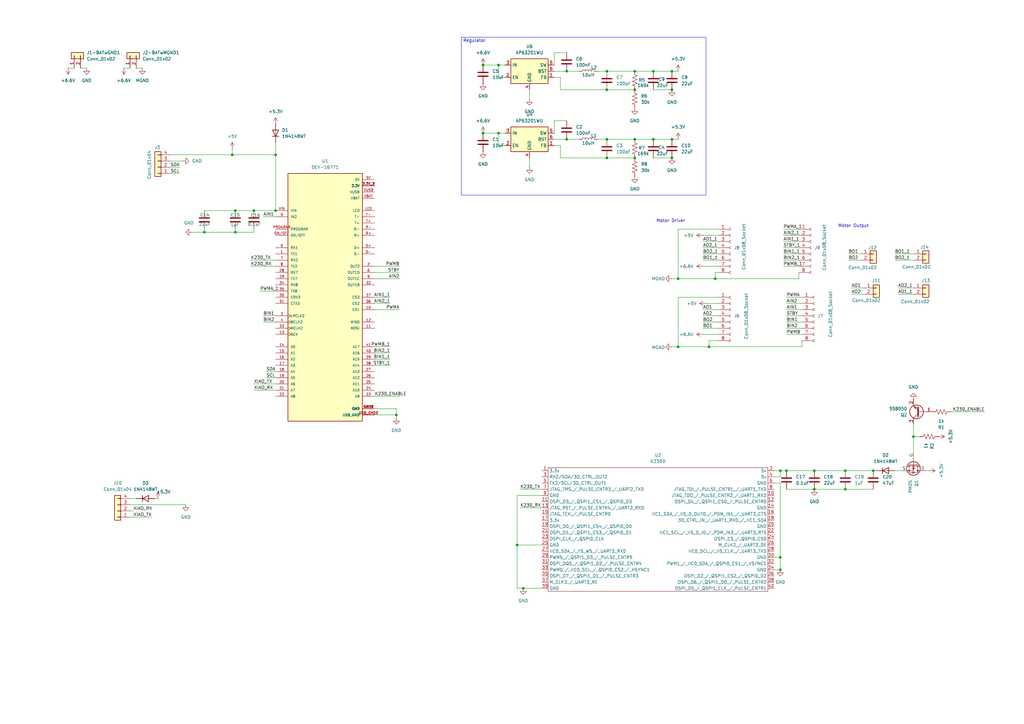
<source format=kicad_sch>
(kicad_sch (version 20250114) (generator "eeschema") (generator_version "9.0")
  (paper "A3")
  (lib_symbols
    (symbol "Connector:Conn_01x08_Socket" (pin_names (offset 1.016) (hide yes))
      (property "Reference" "J" (at 0 10.16 0))
      (property "Value" "Conn_01x08_Socket" (at 0 -12.7 0))
      (symbol "Conn_01x08_Socket_1_1"
        (pin passive line (at -5.08 7.62 0) (length 3.81) (name "Pin_1") (number "1"))
        (pin passive line (at -5.08 5.08 0) (length 3.81) (name "Pin_2") (number "2"))
        (pin passive line (at -5.08 2.54 0) (length 3.81) (name "Pin_3") (number "3"))
        (pin passive line (at -5.08 0 0) (length 3.81) (name "Pin_4") (number "4"))
        (pin passive line (at -5.08 -2.54 0) (length 3.81) (name "Pin_5") (number "5"))
        (pin passive line (at -5.08 -5.08 0) (length 3.81) (name "Pin_6") (number "6"))
        (pin passive line (at -5.08 -7.62 0) (length 3.81) (name "Pin_7") (number "7"))
        (pin passive line (at -5.08 -10.16 0) (length 3.81) (name "Pin_8") (number "8"))
      )
    )
    (symbol "Connector_Generic:Conn_01x02" (pin_names (offset 1.016) (hide yes))
      (property "Reference" "J" (at 0 2.54 0))
      (property "Value" "Conn_01x02" (at 0 -5.08 0))
      (symbol "Conn_01x02_1_1"
        (pin passive line (at -5.08 0 0) (length 3.81) (name "Pin_1") (number "1"))
        (pin passive line (at -5.08 -2.54 0) (length 3.81) (name "Pin_2") (number "2"))
      )
    )
    (symbol "Connector_Generic:Conn_01x04" (pin_names (offset 1.016) (hide yes))
      (property "Reference" "J" (at 0 5.08 0))
      (property "Value" "Conn_01x04" (at 0 -7.62 0))
      (symbol "Conn_01x04_1_1"
        (pin passive line (at -5.08 2.54 0) (length 3.81) (name "Pin_1") (number "1"))
        (pin passive line (at -5.08 0 0) (length 3.81) (name "Pin_2") (number "2"))
        (pin passive line (at -5.08 -2.54 0) (length 3.81) (name "Pin_3") (number "3"))
        (pin passive line (at -5.08 -5.08 0) (length 3.81) (name "Pin_4") (number "4"))
      )
    )
    (symbol "DEV-16771:DEV-16771" (pin_names (offset 1.016))
      (property "Reference" "U" (at -15.24 52.07 0))
      (property "Value" "DEV-16771" (at -15.24 -53.34 0))
      (symbol "DEV-16771_0_0"
        (pin input line (at -20.32 35.56 0) (length 5.08) (name "VIN") (number "VIN"))
        (pin bidirectional line (at -20.32 33.02 0) (length 5.08) (name "IN2") (number "5"))
        (pin bidirectional line (at -20.32 27.94 0) (length 5.08) (name "PROGRAM") (number "PROGRAM"))
        (pin bidirectional line (at -20.32 25.4 0) (length 5.08) (name "ON/OFF") (number "ON/OFF"))
        (pin bidirectional line (at -20.32 20.32 0) (length 5.08) (name "RX1") (number "0"))
        (pin bidirectional line (at -20.32 17.78 0) (length 5.08) (name "TX1") (number "1"))
        (pin bidirectional line (at -20.32 15.24 0) (length 5.08) (name "RX2") (number "7"))
        (pin bidirectional line (at -20.32 12.7 0) (length 5.08) (name "TX2") (number "8"))
        (pin bidirectional line (at -20.32 10.16 0) (length 5.08) (name "RX7") (number "28"))
        (pin bidirectional line (at -20.32 7.62 0) (length 5.08) (name "TX7") (number "29"))
        (pin bidirectional line (at -20.32 5.08 0) (length 5.08) (name "RX8") (number "34"))
        (pin bidirectional line (at -20.32 2.54 0) (length 5.08) (name "TX8") (number "35"))
        (pin bidirectional line (at -20.32 0 0) (length 5.08) (name "CRX3") (number "30"))
        (pin bidirectional line (at -20.32 -2.54 0) (length 5.08) (name "CTX3") (number "31"))
        (pin bidirectional clock (at -20.32 -7.62 0) (length 5.08) (name "LRCLK2") (number "3"))
        (pin bidirectional clock (at -20.32 -10.16 0) (length 5.08) (name "BCLK2") (number "4"))
        (pin bidirectional clock (at -20.32 -12.7 0) (length 5.08) (name "MCLK2") (number "33"))
        (pin bidirectional clock (at -20.32 -15.24 0) (length 5.08) (name "SCK") (number "13"))
        (pin bidirectional line (at -20.32 -20.32 0) (length 5.08) (name "A0") (number "14"))
        (pin bidirectional line (at -20.32 -22.86 0) (length 5.08) (name "A1") (number "15"))
        (pin bidirectional line (at -20.32 -25.4 0) (length 5.08) (name "A2") (number "16"))
        (pin bidirectional line (at -20.32 -27.94 0) (length 5.08) (name "A3") (number "17"))
        (pin bidirectional line (at -20.32 -30.48 0) (length 5.08) (name "A4") (number "18"))
        (pin bidirectional line (at -20.32 -33.02 0) (length 5.08) (name "A5") (number "19"))
        (pin bidirectional line (at -20.32 -35.56 0) (length 5.08) (name "A6") (number "20"))
        (pin bidirectional line (at -20.32 -38.1 0) (length 5.08) (name "A7") (number "21"))
        (pin bidirectional line (at -20.32 -40.64 0) (length 5.08) (name "A8") (number "22"))
        (pin power_in line (at 20.32 48.26 180) (length 5.08) (name "5V") (number "5V"))
        (pin power_in line (at 20.32 45.72 180) (length 5.08) (name "3.3V") (number "3.3V_1"))
        (pin power_in line (at 20.32 45.72 180) (length 5.08) (name "3.3V") (number "3.3V_2"))
        (pin power_in line (at 20.32 45.72 180) (length 5.08) (name "3.3V") (number "3.3V_3"))
        (pin passive line (at 20.32 43.18 180) (length 5.08) (name "VUSB") (number "VUSB"))
        (pin passive line (at 20.32 40.64 180) (length 5.08) (name "VBAT") (number "VBAT"))
        (pin bidirectional line (at 20.32 35.56 180) (length 5.08) (name "LED") (number "LED"))
        (pin bidirectional line (at 20.32 33.02 180) (length 5.08) (name "T-") (number "T-"))
        (pin bidirectional line (at 20.32 30.48 180) (length 5.08) (name "T+") (number "T+"))
        (pin bidirectional line (at 20.32 27.94 180) (length 5.08) (name "R-") (number "R-"))
        (pin bidirectional line (at 20.32 25.4 180) (length 5.08) (name "R+") (number "R+"))
        (pin bidirectional line (at 20.32 20.32 180) (length 5.08) (name "D+") (number "D+"))
        (pin bidirectional line (at 20.32 17.78 180) (length 5.08) (name "D-") (number "D-"))
        (pin output line (at 20.32 12.7 180) (length 5.08) (name "OUT2") (number "2"))
        (pin output line (at 20.32 10.16 180) (length 5.08) (name "OUT1D") (number "6"))
        (pin output line (at 20.32 7.62 180) (length 5.08) (name "OUT1C") (number "9"))
        (pin output line (at 20.32 5.08 180) (length 5.08) (name "OUT1B") (number "32"))
        (pin bidirectional line (at 20.32 0 180) (length 5.08) (name "CS3") (number "37"))
        (pin bidirectional line (at 20.32 -2.54 180) (length 5.08) (name "CS2") (number "36"))
        (pin bidirectional line (at 20.32 -5.08 180) (length 5.08) (name "CS1") (number "10"))
        (pin bidirectional line (at 20.32 -10.16 180) (length 5.08) (name "MISO") (number "12"))
        (pin bidirectional line (at 20.32 -12.7 180) (length 5.08) (name "MOSI") (number "11"))
        (pin bidirectional line (at 20.32 -20.32 180) (length 5.08) (name "A17") (number "41"))
        (pin bidirectional line (at 20.32 -22.86 180) (length 5.08) (name "A16") (number "40"))
        (pin bidirectional line (at 20.32 -25.4 180) (length 5.08) (name "A15") (number "39"))
        (pin bidirectional line (at 20.32 -27.94 180) (length 5.08) (name "A14") (number "38"))
        (pin bidirectional line (at 20.32 -30.48 180) (length 5.08) (name "A13") (number "27"))
        (pin bidirectional line (at 20.32 -33.02 180) (length 5.08) (name "A12") (number "26"))
        (pin bidirectional line (at 20.32 -35.56 180) (length 5.08) (name "A11") (number "25"))
        (pin bidirectional line (at 20.32 -38.1 180) (length 5.08) (name "A10") (number "24"))
        (pin bidirectional line (at 20.32 -40.64 180) (length 5.08) (name "A9") (number "23"))
        (pin power_in line (at 20.32 -45.72 180) (length 5.08) (name "GND") (number "GND1"))
        (pin power_in line (at 20.32 -45.72 180) (length 5.08) (name "GND") (number "GND2"))
        (pin power_in line (at 20.32 -45.72 180) (length 5.08) (name "GND") (number "GND3"))
        (pin power_in line (at 20.32 -45.72 180) (length 5.08) (name "GND") (number "GND4"))
        (pin power_in line (at 20.32 -45.72 180) (length 5.08) (name "GND") (number "GND5"))
        (pin power_in line (at 20.32 -48.26 180) (length 5.08) (name "USB_GND") (number "USB_GND1"))
        (pin power_in line (at 20.32 -48.26 180) (length 5.08) (name "USB_GND") (number "USB_GND2"))
      )
    )
    (symbol "Device:C" (pin_numbers (hide yes)) (pin_names (offset 0.254))
      (property "Reference" "C" (at 0.635 2.54 0))
      (property "Value" "C" (at 0.635 -2.54 0))
      (symbol "C_1_1"
        (pin passive line (at 0 3.81 270) (length 2.794) (name "~") (number "1"))
        (pin passive line (at 0 -3.81 90) (length 2.794) (name "~") (number "2"))
      )
    )
    (symbol "Device:L" (pin_numbers (hide yes)) (pin_names (offset 1.016) (hide yes))
      (property "Reference" "L" (at -1.27 0 90))
      (property "Value" "L" (at 1.905 0 90))
      (symbol "L_1_1"
        (pin passive line (at 0 3.81 270) (length 1.27) (name "1") (number "1"))
        (pin passive line (at 0 -3.81 90) (length 1.27) (name "2") (number "2"))
      )
    )
    (symbol "Device:R_US" (pin_numbers (hide yes)) (pin_names (offset 0))
      (property "Reference" "R" (at 2.54 0 90))
      (property "Value" "R_US" (at -2.54 0 90))
      (symbol "R_US_1_1"
        (pin passive line (at 0 3.81 270) (length 1.27) (name "~") (number "1"))
        (pin passive line (at 0 -3.81 90) (length 1.27) (name "~") (number "2"))
      )
    )
    (symbol "Diode:1N4148WT" (pin_numbers (hide yes)) (pin_names (hide yes))
      (property "Reference" "D" (at 0 2.54 0))
      (property "Value" "1N4148WT" (at 0 -2.54 0))
      (symbol "1N4148WT_1_1"
        (pin passive line (at -3.81 0 0) (length 2.54) (name "K") (number "1"))
        (pin passive line (at 3.81 0 180) (length 2.54) (name "A") (number "2"))
      )
    )
    (symbol "K230D:K230D-Zero"
      (property "Reference" "U" (at 0 0 0))
      (property "Value" "K230D" (at 0 0 0))
      (symbol "K230D-Zero_1_1"
        (pin power_in line (at -1.27 -2.54 0) (length 2.54) (name "3.3v") (number "1"))
        (pin input line (at -1.27 -5.08 0) (length 2.54) (name "RX2/SDA/3D_CTRL_OUT2") (number "3"))
        (pin bidirectional line (at -1.27 -7.62 0) (length 2.54) (name "TX2/SCL/3D_CTRL_OUT1") (number "5"))
        (pin output line (at -1.27 -10.16 0) (length 2.54) (name "JTAG_TMS_/_PULSE_CNTR3_/_UART2_TXD") (number "7"))
        (pin bidirectional line (at -1.27 -12.7 0) (length 2.54) (name "GND") (number "9"))
        (pin bidirectional line (at -1.27 -15.24 0) (length 2.54) (name "OSPI_D3_/_QSPI1_CS1_/_QSPI0_D3") (number "11"))
        (pin bidirectional line (at -1.27 -17.78 0) (length 2.54) (name "JTAG_RST_/_PULSE_CNTR4_/_UART2_RXD") (number "13"))
        (pin bidirectional line (at -1.27 -20.32 0) (length 2.54) (name "JTAG_TCK_/_PULSE_CNTR0") (number "15"))
        (pin bidirectional line (at -1.27 -22.86 0) (length 2.54) (name "3.3v") (number "17"))
        (pin bidirectional line (at -1.27 -25.4 0) (length 2.54) (name "OSPI_D0_/_QSPI1_CS4_/_QSPI0_D0") (number "19"))
        (pin bidirectional line (at -1.27 -27.94 0) (length 2.54) (name "OSPI_D1_/_QSPI1_CS3_/_QSPI0_D1") (number "21"))
        (pin bidirectional line (at -1.27 -30.48 0) (length 2.54) (name "OSPI_CLK_/_QSPI0_CLK") (number "23"))
        (pin bidirectional line (at -1.27 -33.02 0) (length 2.54) (name "GND") (number "25"))
        (pin bidirectional line (at -1.27 -35.56 0) (length 2.54) (name "IIC0_SDA_/_IIS_WS_/_UART3_RXD") (number "27"))
        (pin bidirectional line (at -1.27 -38.1 0) (length 2.54) (name "PWM5_/_QSPI1_D3_/_PULSE_CNTR5") (number "29"))
        (pin bidirectional line (at -1.27 -40.64 0) (length 2.54) (name "OSPI_DQS_/_QSPI1_D2_/_PULSE_CNTR4") (number "31"))
        (pin bidirectional line (at -1.27 -43.18 0) (length 2.54) (name "PWM0_/_IIC0_SCL_/_QSPI0_CS2_/_HSYNC1") (number "33"))
        (pin bidirectional line (at -1.27 -45.72 0) (length 2.54) (name "OSPI_D7_/_QSPI1_D1_/_PULSE_CNTR3") (number "35"))
        (pin bidirectional line (at -1.27 -48.26 0) (length 2.54) (name "M_CLK3_/_UART3_RE	") (number "37"))
        (pin bidirectional line (at -1.27 -50.8 0) (length 2.54) (name "GND") (number "39"))
        (pin power_in line (at 93.98 -2.54 180) (length 2.54) (name "5v") (number "2"))
        (pin bidirectional line (at 93.98 -5.08 180) (length 2.54) (name "5v") (number "4"))
        (pin bidirectional line (at 93.98 -7.62 180) (length 2.54) (name "GND") (number "6"))
        (pin bidirectional line (at 93.98 -10.16 180) (length 2.54) (name "JTAG_TDI_/_PULSE_CNTR1_/_UART1_TXD") (number "8"))
        (pin bidirectional line (at 93.98 -12.7 180) (length 2.54) (name "JTAG_TDO_/_PULSE_CNTR2_/_UART1_RXD") (number "10"))
        (pin bidirectional line (at 93.98 -15.24 180) (length 2.54) (name "OSPI_D4_/_QSPI1_CS0_/_PULSE_CNTR0") (number "12"))
        (pin bidirectional line (at 93.98 -17.78 180) (length 2.54) (name "GND") (number "14"))
        (pin bidirectional line (at 93.98 -20.32 180) (length 2.54) (name "IIC1_SDA_/_IIS_D_OUT0_/_PDM_IN1_/_UART3_CTS") (number "16"))
        (pin bidirectional line (at 93.98 -22.86 180) (length 2.54) (name "3D_CTRL_IN_/_UART1_RXD_/_IIC1_SDA") (number "18"))
        (pin bidirectional line (at 93.98 -25.4 180) (length 2.54) (name "GND") (number "20"))
        (pin bidirectional line (at 93.98 -27.94 180) (length 2.54) (name "IIC1_SCL_/_IIS_D_I0_/_PDM_IN3_/_UART3_RTS") (number "22"))
        (pin bidirectional line (at 93.98 -30.48 180) (length 2.54) (name "OSPI_CS_/_QSPI0_CS0") (number "24"))
        (pin bidirectional line (at 93.98 -33.02 180) (length 2.54) (name "M_CLK2_/_UART3_DE") (number "26"))
        (pin bidirectional line (at 93.98 -35.56 180) (length 2.54) (name "IIC0_SCL_/_IIS_CLK_/_UART3_TXD") (number "28"))
        (pin bidirectional line (at 93.98 -38.1 180) (length 2.54) (name "GND") (number "30"))
        (pin bidirectional line (at 93.98 -40.64 180) (length 2.54) (name "PWM1_/_IIC0_SDA_/_QSPI0_CS1_/_VSYNC1") (number "32"))
        (pin bidirectional line (at 93.98 -43.18 180) (length 2.54) (name "GND") (number "34"))
        (pin bidirectional line (at 93.98 -45.72 180) (length 2.54) (name "OSPI_D2_/_QSPI1_CS2_/_QSPI0_D2") (number "36"))
        (pin bidirectional line (at 93.98 -48.26 180) (length 2.54) (name "OSPI_D6_/_QSPI1_D0_/_PULSE_CNTR2") (number "38"))
        (pin bidirectional line (at 93.98 -50.8 180) (length 2.54) (name "OSPI_D5_/_QSPI1_CLK_/_PULSE_CNTR1") (number "40"))
      )
    )
    (symbol "Regulator_Switching:AP63201WU"
      (property "Reference" "U" (at -7.62 6.35 0))
      (property "Value" "AP63201WU" (at 2.54 6.35 0))
      (symbol "AP63201WU_1_1"
        (pin power_in line (at -10.16 2.54 0) (length 2.54) (name "IN") (number "3"))
        (pin input line (at -10.16 -2.54 0) (length 2.54) (name "EN") (number "2"))
        (pin power_in line (at 0 -7.62 90) (length 2.54) (name "GND") (number "4"))
        (pin output line (at 10.16 2.54 180) (length 2.54) (name "SW") (number "5"))
        (pin passive line (at 10.16 0 180) (length 2.54) (name "BST") (number "6"))
        (pin input line (at 10.16 -2.54 180) (length 2.54) (name "FB") (number "1"))
      )
    )
    (symbol "Simulation_SPICE:PMOS" (pin_numbers (hide yes)) (pin_names (offset 0))
      (property "Reference" "Q" (at 5.08 1.27 0))
      (property "Value" "PMOS" (at 5.08 -1.27 0))
      (symbol "PMOS_1_1"
        (pin input line (at -5.08 0 0) (length 2.54) (name "G") (number "2"))
        (pin passive line (at 2.54 5.08 270) (length 2.54) (name "D") (number "1"))
        (pin passive line (at 2.54 -5.08 90) (length 2.54) (name "S") (number "3"))
      )
    )
    (symbol "Transistor_BJT:SS8050" (pin_names (offset 0) (hide yes))
      (property "Reference" "Q" (at 5.08 1.905 0))
      (property "Value" "SS8050" (at 5.08 0 0))
      (symbol "SS8050_1_1"
        (pin input line (at -5.08 0 0) (length 2.54) (name "B") (number "1"))
        (pin passive line (at 2.54 5.08 270) (length 2.54) (name "C") (number "3"))
        (pin passive line (at 2.54 -5.08 90) (length 2.54) (name "E") (number "2"))
      )
    )
    (symbol "power:+1V0" (power) (pin_numbers (hide yes)) (pin_names (offset 0) (hide yes))
      (property "Value" "+1V0" (at 0 3.556 0))
      (symbol "+1V0_1_1"
        (pin power_in line (at 0 0 90) (length 0) (name "~") (number "1"))
      )
    )
    (symbol "power:GND" (power) (pin_numbers (hide yes)) (pin_names (offset 0) (hide yes))
      (property "Value" "GND" (at 0 -3.81 0))
      (symbol "GND_1_1"
        (pin power_in line (at 0 0 270) (length 0) (name "~") (number "1"))
      )
    )
  )
  (rectangle (start 189.23 15.24) (end 289.56 80.01))
  (text "Regulator" (at 194.564 16.764 0) (effects (font (size 1.27 1.27))))
  (text "Motor Output" (at 350.012 92.71 0) (effects (font (size 1.27 1.27))))
  (text "Motor Driver" (at 275.082 90.678 0) (effects (font (size 1.27 1.27))))
  (junction (at 275.59 57.15))
  (junction (at 374.65 179.07))
  (junction (at 293.37 114.3))
  (junction (at 113.03 86.36))
  (junction (at 204.47 54.61))
  (junction (at 290.83 142.24))
  (junction (at 95.25 63.5))
  (junction (at 204.47 26.67))
  (junction (at 278.13 114.3))
  (junction (at 260.35 29.21))
  (junction (at 260.35 64.77))
  (junction (at 334.01 193.04))
  (junction (at 346.71 193.04))
  (junction (at 260.35 36.83))
  (junction (at 232.41 57.15))
  (junction (at 334.01 200.66))
  (junction (at 96.52 95.25))
  (junction (at 104.14 86.36))
  (junction (at 275.59 64.77))
  (junction (at 198.12 26.67))
  (junction (at 275.59 36.83))
  (junction (at 260.35 57.15))
  (junction (at 358.14 193.04))
  (junction (at 214.63 241.3))
  (junction (at 248.92 64.77))
  (junction (at 346.71 200.66))
  (junction (at 267.97 57.15))
  (junction (at 320.04 193.04))
  (junction (at 320.04 233.68))
  (junction (at 162.56 170.18))
  (junction (at 113.03 63.5))
  (junction (at 96.52 86.36))
  (junction (at 83.82 95.25))
  (junction (at 212.09 223.52))
  (junction (at 232.41 29.21))
  (junction (at 248.92 29.21))
  (junction (at 322.58 193.04))
  (junction (at 320.04 228.6))
  (junction (at 275.59 29.21))
  (junction (at 248.92 57.15))
  (junction (at 198.12 54.61))
  (junction (at 278.13 142.24))
  (junction (at 267.97 29.21))
  (junction (at 248.92 36.83))
  (wire (pts (xy 204.47 59.69) (xy 204.47 54.61)))
  (wire (pts (xy 104.14 95.25) (xy 104.14 93.98)))
  (wire (pts (xy 153.67 170.18) (xy 162.56 170.18)))
  (wire (pts (xy 275.59 64.77) (xy 267.97 64.77)))
  (wire (pts (xy 53.34 207.01) (xy 76.2 207.01)))
  (wire (pts (xy 328.93 142.24) (xy 290.83 142.24)))
  (wire (pts (xy 294.64 109.22) (xy 288.29 109.22)))
  (wire (pts (xy 317.5 228.6) (xy 320.04 228.6)))
  (wire (pts (xy 320.04 193.04) (xy 322.58 193.04)))
  (wire (pts (xy 374.65 118.11) (xy 368.3 118.11)))
  (wire (pts (xy 322.58 132.08) (xy 328.93 132.08)))
  (wire (pts (xy 278.13 121.92) (xy 278.13 142.24)))
  (wire (pts (xy 204.47 54.61) (xy 198.12 54.61)))
  (wire (pts (xy 227.33 57.15) (xy 232.41 57.15)))
  (wire (pts (xy 227.33 21.59) (xy 232.41 21.59)))
  (wire (pts (xy 153.67 167.64) (xy 162.56 167.64)))
  (wire (pts (xy 69.85 63.5) (xy 95.25 63.5)))
  (wire (pts (xy 217.17 40.64) (xy 217.17 36.83)))
  (wire (pts (xy 106.68 119.38) (xy 113.03 119.38)))
  (wire (pts (xy 403.86 168.91) (xy 389.89 168.91)))
  (wire (pts (xy 288.29 106.68) (xy 294.64 106.68)))
  (wire (pts (xy 374.65 120.65) (xy 368.3 120.65)))
  (wire (pts (xy 96.52 95.25) (xy 104.14 95.25)))
  (wire (pts (xy 102.87 109.22) (xy 113.03 109.22)))
  (wire (pts (xy 260.35 57.15) (xy 248.92 57.15)))
  (wire (pts (xy 237.49 57.15) (xy 232.41 57.15)))
  (wire (pts (xy 227.33 54.61) (xy 227.33 49.53)))
  (wire (pts (xy 294.64 96.52) (xy 288.29 96.52)))
  (wire (pts (xy 102.87 106.68) (xy 113.03 106.68)))
  (wire (pts (xy 207.01 59.69) (xy 204.47 59.69)))
  (wire (pts (xy 153.67 109.22) (xy 163.83 109.22)))
  (wire (pts (xy 104.14 86.36) (xy 113.03 86.36)))
  (wire (pts (xy 95.25 63.5) (xy 113.03 63.5)))
  (wire (pts (xy 153.67 111.76) (xy 163.83 111.76)))
  (wire (pts (xy 288.29 104.14) (xy 294.64 104.14)))
  (wire (pts (xy 275.59 114.3) (xy 278.13 114.3)))
  (wire (pts (xy 294.64 139.7) (xy 290.83 139.7)))
  (wire (pts (xy 321.31 104.14) (xy 327.66 104.14)))
  (wire (pts (xy 260.35 29.21) (xy 248.92 29.21)))
  (wire (pts (xy 288.29 134.62) (xy 294.64 134.62)))
  (wire (pts (xy 109.22 154.94) (xy 113.03 154.94)))
  (wire (pts (xy 374.65 179.07) (xy 377.19 179.07)))
  (wire (pts (xy 50.8 27.94) (xy 53.34 27.94)))
  (wire (pts (xy 278.13 57.15) (xy 275.59 57.15)))
  (wire (pts (xy 346.71 200.66) (xy 358.14 200.66)))
  (wire (pts (xy 353.06 106.68) (xy 347.98 106.68)))
  (wire (pts (xy 162.56 170.18) (xy 162.56 171.45)))
  (wire (pts (xy 321.31 99.06) (xy 327.66 99.06)))
  (wire (pts (xy 322.58 137.16) (xy 328.93 137.16)))
  (wire (pts (xy 160.02 144.78) (xy 153.67 144.78)))
  (wire (pts (xy 83.82 95.25) (xy 96.52 95.25)))
  (wire (pts (xy 227.33 49.53) (xy 232.41 49.53)))
  (wire (pts (xy 35.56 27.94) (xy 33.02 27.94)))
  (wire (pts (xy 58.42 27.94) (xy 55.88 27.94)))
  (wire (pts (xy 278.13 142.24) (xy 290.83 142.24)))
  (wire (pts (xy 160.02 124.46) (xy 153.67 124.46)))
  (wire (pts (xy 248.92 36.83) (xy 229.87 36.83)))
  (wire (pts (xy 160.02 147.32) (xy 153.67 147.32)))
  (wire (pts (xy 347.98 104.14) (xy 353.06 104.14)))
  (wire (pts (xy 260.35 64.77) (xy 248.92 64.77)))
  (wire (pts (xy 107.95 132.08) (xy 113.03 132.08)))
  (wire (pts (xy 322.58 200.66) (xy 334.01 200.66)))
  (wire (pts (xy 320.04 198.12) (xy 320.04 228.6)))
  (wire (pts (xy 104.14 160.02) (xy 113.03 160.02)))
  (wire (pts (xy 288.29 127) (xy 294.64 127)))
  (wire (pts (xy 69.85 71.12) (xy 73.66 71.12)))
  (wire (pts (xy 204.47 31.75) (xy 204.47 26.67)))
  (wire (pts (xy 294.64 124.46) (xy 289.56 124.46)))
  (wire (pts (xy 222.25 203.2) (xy 212.09 203.2)))
  (wire (pts (xy 275.59 142.24) (xy 278.13 142.24)))
  (wire (pts (xy 278.13 93.98) (xy 294.64 93.98)))
  (wire (pts (xy 64.77 204.47) (xy 63.5 204.47)))
  (wire (pts (xy 334.01 200.66) (xy 346.71 200.66)))
  (wire (pts (xy 317.5 198.12) (xy 320.04 198.12)))
  (wire (pts (xy 96.52 95.25) (xy 96.52 93.98)))
  (wire (pts (xy 55.88 204.47) (xy 53.34 204.47)))
  (wire (pts (xy 83.82 86.36) (xy 96.52 86.36)))
  (wire (pts (xy 229.87 36.83) (xy 229.87 31.75)))
  (wire (pts (xy 278.13 29.21) (xy 275.59 29.21)))
  (wire (pts (xy 160.02 149.86) (xy 153.67 149.86)))
  (wire (pts (xy 69.85 66.04) (xy 74.93 66.04)))
  (wire (pts (xy 328.93 139.7) (xy 328.93 142.24)))
  (wire (pts (xy 374.65 106.68) (xy 367.03 106.68)))
  (wire (pts (xy 213.36 200.66) (xy 222.25 200.66)))
  (wire (pts (xy 107.95 88.9) (xy 113.03 88.9)))
  (wire (pts (xy 334.01 193.04) (xy 346.71 193.04)))
  (wire (pts (xy 153.67 162.56) (xy 163.83 162.56)))
  (wire (pts (xy 321.31 106.68) (xy 327.66 106.68)))
  (wire (pts (xy 267.97 57.15) (xy 260.35 57.15)))
  (wire (pts (xy 320.04 233.68) (xy 317.5 233.68)))
  (wire (pts (xy 321.31 101.6) (xy 327.66 101.6)))
  (wire (pts (xy 322.58 129.54) (xy 328.93 129.54)))
  (wire (pts (xy 162.56 167.64) (xy 162.56 170.18)))
  (wire (pts (xy 237.49 29.21) (xy 232.41 29.21)))
  (wire (pts (xy 107.95 129.54) (xy 113.03 129.54)))
  (wire (pts (xy 245.11 29.21) (xy 248.92 29.21)))
  (wire (pts (xy 374.65 179.07) (xy 374.65 185.42)))
  (wire (pts (xy 153.67 127) (xy 163.83 127)))
  (wire (pts (xy 367.03 193.04) (xy 369.57 193.04)))
  (wire (pts (xy 288.29 101.6) (xy 294.64 101.6)))
  (wire (pts (xy 153.67 114.3) (xy 163.83 114.3)))
  (wire (pts (xy 322.58 193.04) (xy 334.01 193.04)))
  (wire (pts (xy 213.36 208.28) (xy 222.25 208.28)))
  (wire (pts (xy 217.17 68.58) (xy 217.17 64.77)))
  (wire (pts (xy 294.64 137.16) (xy 288.29 137.16)))
  (wire (pts (xy 245.11 57.15) (xy 248.92 57.15)))
  (wire (pts (xy 160.02 121.92) (xy 153.67 121.92)))
  (wire (pts (xy 160.02 142.24) (xy 153.67 142.24)))
  (wire (pts (xy 293.37 111.76) (xy 293.37 114.3)))
  (wire (pts (xy 227.33 29.21) (xy 232.41 29.21)))
  (wire (pts (xy 222.25 223.52) (xy 212.09 223.52)))
  (wire (pts (xy 227.33 26.67) (xy 227.33 21.59)))
  (wire (pts (xy 229.87 64.77) (xy 229.87 59.69)))
  (wire (pts (xy 374.65 173.99) (xy 374.65 179.07)))
  (wire (pts (xy 62.23 212.09) (xy 53.34 212.09)))
  (wire (pts (xy 53.34 209.55) (xy 54.61 209.55)))
  (wire (pts (xy 293.37 114.3) (xy 327.66 114.3)))
  (wire (pts (xy 346.71 193.04) (xy 358.14 193.04)))
  (wire (pts (xy 321.31 109.22) (xy 327.66 109.22)))
  (wire (pts (xy 278.13 114.3) (xy 293.37 114.3)))
  (wire (pts (xy 354.33 118.11) (xy 349.25 118.11)))
  (wire (pts (xy 327.66 111.76) (xy 327.66 114.3)))
  (wire (pts (xy 322.58 134.62) (xy 328.93 134.62)))
  (wire (pts (xy 83.82 95.25) (xy 83.82 93.98)))
  (wire (pts (xy 290.83 142.24) (xy 290.83 139.7)))
  (wire (pts (xy 267.97 29.21) (xy 260.35 29.21)))
  (wire (pts (xy 275.59 36.83) (xy 267.97 36.83)))
  (wire (pts (xy 321.31 96.52) (xy 327.66 96.52)))
  (wire (pts (xy 317.5 195.58) (xy 320.04 195.58)))
  (wire (pts (xy 229.87 31.75) (xy 227.33 31.75)))
  (wire (pts (xy 95.25 60.96) (xy 95.25 63.5)))
  (wire (pts (xy 379.73 193.04) (xy 381 193.04)))
  (wire (pts (xy 212.09 223.52) (xy 212.09 241.3)))
  (wire (pts (xy 293.37 111.76) (xy 294.64 111.76)))
  (wire (pts (xy 248.92 64.77) (xy 229.87 64.77)))
  (wire (pts (xy 288.29 99.06) (xy 294.64 99.06)))
  (wire (pts (xy 278.13 121.92) (xy 294.64 121.92)))
  (wire (pts (xy 322.58 124.46) (xy 328.93 124.46)))
  (wire (pts (xy 27.94 27.94) (xy 30.48 27.94)))
  (wire (pts (xy 320.04 195.58) (xy 320.04 193.04)))
  (wire (pts (xy 229.87 59.69) (xy 227.33 59.69)))
  (wire (pts (xy 354.33 120.65) (xy 349.25 120.65)))
  (wire (pts (xy 207.01 26.67) (xy 204.47 26.67)))
  (wire (pts (xy 113.03 58.42) (xy 113.03 63.5)))
  (wire (pts (xy 322.58 121.92) (xy 328.93 121.92)))
  (wire (pts (xy 322.58 127) (xy 328.93 127)))
  (wire (pts (xy 78.74 95.25) (xy 83.82 95.25)))
  (wire (pts (xy 207.01 54.61) (xy 204.47 54.61)))
  (wire (pts (xy 267.97 29.21) (xy 275.59 29.21)))
  (wire (pts (xy 288.29 129.54) (xy 294.64 129.54)))
  (wire (pts (xy 204.47 26.67) (xy 198.12 26.67)))
  (wire (pts (xy 207.01 31.75) (xy 204.47 31.75)))
  (wire (pts (xy 358.14 193.04) (xy 359.41 193.04)))
  (wire (pts (xy 214.63 241.3) (xy 222.25 241.3)))
  (wire (pts (xy 278.13 93.98) (xy 278.13 114.3)))
  (wire (pts (xy 96.52 86.36) (xy 104.14 86.36)))
  (wire (pts (xy 317.5 193.04) (xy 320.04 193.04)))
  (wire (pts (xy 212.09 241.3) (xy 214.63 241.3)))
  (wire (pts (xy 69.85 68.58) (xy 73.66 68.58)))
  (wire (pts (xy 288.29 132.08) (xy 294.64 132.08)))
  (wire (pts (xy 260.35 36.83) (xy 248.92 36.83)))
  (wire (pts (xy 104.14 157.48) (xy 113.03 157.48)))
  (wire (pts (xy 320.04 228.6) (xy 320.04 233.68)))
  (wire (pts (xy 267.97 57.15) (xy 275.59 57.15)))
  (wire (pts (xy 113.03 63.5) (xy 113.03 86.36)))
  (wire (pts (xy 321.31 93.98) (xy 327.66 93.98)))
  (wire (pts (xy 367.03 104.14) (xy 374.65 104.14)))
  (wire (pts (xy 109.22 152.4) (xy 113.03 152.4)))
  (wire (pts (xy 212.09 203.2) (xy 212.09 223.52)))
  (label "XIAO_TX" (at 62.23 212.09 180))
  (label "PWMA_1" (at 321.31 93.98 0))
  (label "K230_ENABLE" (at 153.67 162.56 0))
  (label "BO2_1" (at 288.29 104.14 0))
  (label "SCL" (at 109.22 154.94 0))
  (label "BO2" (at 288.29 132.08 0))
  (label "PWMA" (at 163.83 127 180))
  (label "AIN1_1" (at 321.31 99.06 0))
  (label "K230_RX" (at 102.87 109.22 0))
  (label "PWMA_1" (at 106.68 119.38 0))
  (label "PWMA" (at 322.58 121.92 0))
  (label "AIN2_1" (at 321.31 96.52 0))
  (label "K230_TX" (at 102.87 106.68 0))
  (label "BO1_1" (at 288.29 106.68 0))
  (label "BO2_1" (at 367.03 106.68 0))
  (label "BO1" (at 347.98 104.14 0))
  (label "BIN2_1" (at 321.31 106.68 0))
  (label "XIAO_RX" (at 54.61 209.55 0))
  (label "AIN2" (at 322.58 124.46 0))
  (label "AO2" (at 349.25 120.65 0))
  (label "AO1_1" (at 288.29 99.06 0))
  (label "AO2_1" (at 288.29 101.6 0))
  (label "AIN1" (at 322.58 127 0))
  (label "SDA" (at 109.22 152.4 0))
  (label "STBY" (at 322.58 129.54 0))
  (label "SDA" (at 73.66 68.58 180))
  (label "XIAO_RX" (at 104.14 160.02 0))
  (label "AIN2" (at 163.83 114.3 180))
  (label "AO2_1" (at 368.3 118.11 0))
  (label "BO2" (at 347.98 106.68 0))
  (label "K230_TX" (at 213.36 200.66 0))
  (label "XIAO_TX" (at 104.14 157.48 0))
  (label "SCL" (at 73.66 71.12 180))
  (label "PWMB_1" (at 160.02 142.24 180))
  (label "BIN2_1" (at 160.02 144.78 180))
  (label "BIN1" (at 107.95 129.54 0))
  (label "BO1" (at 288.29 134.62 0))
  (label "AO1" (at 349.25 118.11 0))
  (label "AO2" (at 288.29 129.54 0))
  (label "BO1_1" (at 367.03 104.14 0))
  (label "BIN1" (at 322.58 132.08 0))
  (label "BIN2" (at 107.95 132.08 0))
  (label "K230_ENABLE" (at 403.86 168.91 180))
  (label "BIN2" (at 322.58 134.62 0))
  (label "AIN1" (at 107.95 88.9 0))
  (label "PWMB" (at 322.58 137.16 0))
  (label "BIN1_1" (at 160.02 147.32 180))
  (label "STBY_1" (at 321.31 101.6 0))
  (label "AIN1_1" (at 160.02 121.92 180))
  (label "PWMB" (at 163.83 109.22 180))
  (label "BIN1_1" (at 321.31 104.14 0))
  (label "AO1" (at 288.29 127 0))
  (label "PWMB_1" (at 321.31 109.22 0))
  (label "STBY_1" (at 160.02 149.86 180))
  (label "AO1_1" (at 368.3 120.65 0))
  (label "STBY" (at 163.83 111.76 180))
  (label "AIN2_1" (at 160.02 124.46 180))
  (label "K230_RX" (at 213.36 208.28 0))
  (symbol (lib_id "Device:C") (at 232.41 25.4 0) (unit 1)
    (property "Reference" "C6" (at 236.22 24.1299 0) (effects (justify left)))
    (property "Value" "100nF" (at 236.22 26.6699 0) (effects (justify left)))
    (property "Footprint" "Capacitor_SMD:C_0603_1608Metric" (effects (hide yes)))
    (property "Description" "Unpolarized capacitor" (effects (hide yes)))
  )
  (symbol (lib_id "Device:L") (at 241.3 29.21 90) (unit 1)
    (property "Reference" "L2" (at 243.586 27.686 90))
    (property "Value" "10uH" (at 241.3 30.734 90))
    (property "Footprint" "Inductor_SMD:L_0603_1608Metric" (effects (hide yes)))
    (property "Description" "Inductor" (effects (hide yes)))
  )
  (symbol (lib_id "power:GND") (at 217.17 40.64 0) (unit 1)
    (property "Reference" "#PWR010" (effects (hide yes)))
    (property "Value" "GND" (at 217.17 45.72 0))
    (property "Description" "Power symbol creates a global label with name \"GND\" , ground" (effects (hide yes)))
  )
  (symbol (lib_id "power:GND") (at 374.65 163.83 180) (unit 1)
    (property "Reference" "#PWR041" (effects (hide yes)))
    (property "Value" "GND" (at 374.65 158.75 0))
    (property "Description" "Power symbol creates a global label with name \"GND\" , ground" (effects (hide yes)))
  )
  (symbol (lib_id "power:+1V0") (at 198.12 26.67 0) (unit 1)
    (property "Reference" "#PWR028" (effects (hide yes)))
    (property "Value" "+6.6V" (at 198.12 21.59 0))
    (property "Description" "Power symbol creates a global label with name \"+1V0\"" (effects (hide yes)))
  )
  (symbol (lib_id "Connector:Conn_01x08_Socket") (at 332.74 101.6 0) (unit 1)
    (property "Reference" "J9" (at 334.01 101.5999 0) (effects (justify left)))
    (property "Value" "Conn_01x08_Socket" (at 338.074 110.998 90) (effects (justify left)))
    (property "Footprint" "Connector_PinHeader_2.54mm:PinHeader_1x08_P2.54mm_Vertical" (effects (hide yes)))
    (property "Description" "Generic connector, single row, 01x08, script generated" (effects (hide yes)))
  )
  (symbol (lib_id "Device:C") (at 83.82 90.17 0) (unit 1)
    (property "Reference" "C14" (at 82.042 88.138 0) (effects (justify left)))
    (property "Value" "22uF" (at 81.534 91.948 0) (effects (justify left)))
    (property "Footprint" "Capacitor_SMD:C_0603_1608Metric" (effects (hide yes)))
    (property "Description" "Unpolarized capacitor" (effects (hide yes)))
  )
  (symbol (lib_id "Connector:Conn_01x08_Socket") (at 334.01 129.54 0) (unit 1)
    (property "Reference" "J7" (at 335.28 129.5399 0) (effects (justify left)))
    (property "Value" "Conn_01x08_Socket" (at 340.614 138.43 90) (effects (justify left)))
    (property "Footprint" "Connector_PinHeader_2.54mm:PinHeader_1x08_P2.54mm_Vertical" (effects (hide yes)))
    (property "Description" "Generic connector, single row, 01x08, script generated" (effects (hide yes)))
  )
  (symbol (lib_id "power:+1V0") (at 289.56 124.46 90) (unit 1)
    (property "Reference" "#PWR032" (effects (hide yes)))
    (property "Value" "+5V" (at 285.75 124.4599 90) (effects (justify left)))
    (property "Description" "Power symbol creates a global label with name \"+1V0\"" (effects (hide yes)))
  )
  (symbol (lib_id "Device:C") (at 198.12 58.42 0) (unit 1)
    (property "Reference" "C1" (at 201.93 57.1499 0) (effects (justify left)))
    (property "Value" "10uF" (at 201.93 59.6899 0) (effects (justify left)))
    (property "Footprint" "Capacitor_SMD:C_0603_1608Metric" (effects (hide yes)))
    (property "Description" "Unpolarized capacitor" (effects (hide yes)))
  )
  (symbol (lib_id "power:+1V0") (at 381 193.04 270) (unit 1)
    (property "Reference" "#PWR013" (effects (hide yes)))
    (property "Value" "+5.3V" (at 386.08 193.04 0))
    (property "Description" "Power symbol creates a global label with name \"+1V0\"" (effects (hide yes)))
  )
  (symbol (lib_id "Device:C") (at 322.58 196.85 0) (unit 1)
    (property "Reference" "C17" (at 326.39 195.5799 0) (effects (justify left)))
    (property "Value" "0.1uF" (at 326.39 198.1199 0) (effects (justify left)))
    (property "Footprint" "Capacitor_SMD:C_0603_1608Metric" (effects (hide yes)))
    (property "Description" "Unpolarized capacitor" (effects (hide yes)))
  )
  (symbol (lib_id "power:+1V0") (at 27.94 27.94 180) (unit 1)
    (property "Reference" "#PWR01" (effects (hide yes)))
    (property "Value" "+6.6V" (at 27.94 33.02 0))
    (property "Description" "Power symbol creates a global label with name \"+1V0\"" (effects (hide yes)))
  )
  (symbol (lib_id "K230D:K230D-Zero") (at 223.52 190.5 0) (unit 1)
    (property "Reference" "U2" (at 269.875 186.69 0))
    (property "Value" "K230D" (at 269.875 189.23 0))
    (property "Footprint" "Connector_PinSocket_2.54mm:PinSocket_2x20_P2.54mm_Vertical_SMD" (effects (hide yes)))
    (property "Datasheet" "https://docs.banana-pi.org/en/BPI-CanMV-K230D/BananaPi_BPI-CanMV-K230D-Zero" (effects (hide yes)))
  )
  (symbol (lib_id "power:+1V0") (at 288.29 137.16 90) (unit 1)
    (property "Reference" "#PWR023" (effects (hide yes)))
    (property "Value" "+6.6V" (at 284.48 137.1599 90) (effects (justify left)))
    (property "Description" "Power symbol creates a global label with name \"+1V0\"" (effects (hide yes)))
  )
  (symbol (lib_id "Connector_Generic:Conn_01x02") (at 358.14 104.14 0) (unit 1)
    (property "Reference" "J12" (at 359.664 101.6 0) (effects (justify right)))
    (property "Value" "Conn_01x02" (at 359.664 109.728 0) (effects (justify right)))
    (property "Footprint" "Connector_TE-Connectivity:TE_440054-2_1x02_P2.00mm_Vertical" (effects (hide yes)))
    (property "Description" "Generic connector, single row, 01x02, script generated (kicad-library-utils/schlib/autogen/connector/)" (effects (hide yes)))
  )
  (symbol (lib_id "Device:R_US") (at 260.35 33.02 0) (unit 1)
    (property "Reference" "R5" (at 261.874 32.766 0) (effects (justify left)))
    (property "Value" "169k" (at 261.366 35.052 0) (effects (justify left)))
    (property "Footprint" "Resistor_SMD:R_0603_1608Metric" (effects (hide yes)))
    (property "Description" "Resistor, US symbol" (effects (hide yes)))
  )
  (symbol (lib_id "Connector:Conn_01x08_Socket") (at 299.72 101.6 0) (unit 1)
    (property "Reference" "J8" (at 300.99 101.5999 0) (effects (justify left)))
    (property "Value" "Conn_01x08_Socket" (at 305.054 110.744 90) (effects (justify left)))
    (property "Footprint" "Connector_PinHeader_2.54mm:PinHeader_1x08_P2.54mm_Vertical" (effects (hide yes)))
    (property "Description" "Generic connector, single row, 01x08, script generated" (effects (hide yes)))
  )
  (symbol (lib_id "Connector_Generic:Conn_01x04") (at 48.26 209.55 180) (unit 1)
    (property "Reference" "J10" (at 48.26 198.12 0))
    (property "Value" "Conn_01x04" (at 48.26 200.66 0))
    (property "Footprint" "Connector_JST:JST_XH_B4B-XH-A_1x04_P2.50mm_Vertical" (effects (hide yes)))
    (property "Description" "Generic connector, single row, 01x04, script generated (kicad-library-utils/schlib/autogen/connector/)" (effects (hide yes)))
  )
  (symbol (lib_id "power:+1V0") (at 278.13 57.15 0) (unit 1)
    (property "Reference" "#PWR031" (effects (hide yes)))
    (property "Value" "+5.3V" (at 278.13 52.07 0))
    (property "Description" "Power symbol creates a global label with name \"+1V0\"" (effects (hide yes)))
  )
  (symbol (lib_id "power:+1V0") (at 113.03 50.8 0) (unit 1)
    (property "Reference" "#PWR012" (effects (hide yes)))
    (property "Value" "+5.3V" (at 113.03 45.72 0))
    (property "Description" "Power symbol creates a global label with name \"+1V0\"" (effects (hide yes)))
  )
  (symbol (lib_id "Connector_Generic:Conn_01x02") (at 30.48 22.86 90) (unit 1)
    (property "Reference" "J1-BATwGND1" (at 35.56 21.5899 90) (effects (justify right)))
    (property "Value" "Conn_01x02" (at 35.56 24.1299 90) (effects (justify right)))
    (property "Footprint" "Connector_TE-Connectivity:TE_440054-2_1x02_P2.00mm_Vertical" (effects (hide yes)))
    (property "Description" "Generic connector, single row, 01x02, script generated (kicad-library-utils/schlib/autogen/connector/)" (effects (hide yes)))
  )
  (symbol (lib_id "Connector_Generic:Conn_01x02") (at 53.34 22.86 90) (unit 1)
    (property "Reference" "J2-BATwMGND1" (at 58.42 21.5899 90) (effects (justify right)))
    (property "Value" "Conn_01x02" (at 58.42 24.1299 90) (effects (justify right)))
    (property "Footprint" "Connector_TE-Connectivity:TE_440054-2_1x02_P2.00mm_Vertical" (effects (hide yes)))
    (property "Description" "Generic connector, single row, 01x02, script generated (kicad-library-utils/schlib/autogen/connector/)" (effects (hide yes)))
  )
  (symbol (lib_id "Connector_Generic:Conn_01x02") (at 379.73 104.14 0) (unit 1)
    (property "Reference" "J14" (at 381 101.346 0) (effects (justify right)))
    (property "Value" "Conn_01x02" (at 381.762 109.474 0) (effects (justify right)))
    (property "Footprint" "Connector_TE-Connectivity:TE_440054-2_1x02_P2.00mm_Vertical" (effects (hide yes)))
    (property "Description" "Generic connector, single row, 01x02, script generated (kicad-library-utils/schlib/autogen/connector/)" (effects (hide yes)))
  )
  (symbol (lib_id "power:GND") (at 162.56 171.45 0) (unit 1)
    (property "Reference" "#PWR017" (effects (hide yes)))
    (property "Value" "GND" (at 162.56 176.53 0))
    (property "Description" "Power symbol creates a global label with name \"GND\" , ground" (effects (hide yes)))
  )
  (symbol (lib_id "Device:C") (at 198.12 30.48 0) (unit 1)
    (property "Reference" "C5" (at 201.93 29.2099 0) (effects (justify left)))
    (property "Value" "10uF" (at 201.93 31.7499 0) (effects (justify left)))
    (property "Footprint" "Capacitor_SMD:C_0603_1608Metric" (effects (hide yes)))
    (property "Description" "Unpolarized capacitor" (effects (hide yes)))
  )
  (symbol (lib_id "Connector_Generic:Conn_01x04") (at 64.77 68.58 180) (unit 1)
    (property "Reference" "J3" (at 64.516 60.452 0))
    (property "Value" "Conn_01x04" (at 61.214 67.564 90))
    (property "Footprint" "Connector_JST:JST_XH_B4B-XH-A_1x04_P2.50mm_Vertical" (effects (hide yes)))
    (property "Description" "Generic connector, single row, 01x04, script generated (kicad-library-utils/schlib/autogen/connector/)" (effects (hide yes)))
  )
  (symbol (lib_id "Diode:1N4148WT") (at 59.69 204.47 0) (unit 1)
    (property "Reference" "D3" (at 59.69 198.12 0))
    (property "Value" "1N4148WT" (at 59.69 200.66 0))
    (property "Footprint" "Diode_SMD:D_SOD-523" (effects (hide yes)))
    (property "Datasheet" "https://www.diodes.com/assets/Datasheets/ds30396.pdf" (effects (hide yes)))
    (property "Description" "75V 0.15A Fast switching Diode, SOD-523" (effects (hide yes)))
    (property "Sim.Device" "D" (effects (hide yes)))
    (property "Sim.Pins" "1=K 2=A" (effects (hide yes)))
  )
  (symbol (lib_id "Connector_Generic:Conn_01x02") (at 359.41 118.11 0) (unit 1)
    (property "Reference" "J11" (at 361.188 115.062 0) (effects (justify right)))
    (property "Value" "Conn_01x02" (at 361.188 123.19 0) (effects (justify right)))
    (property "Footprint" "Connector_TE-Connectivity:TE_440054-2_1x02_P2.00mm_Vertical" (effects (hide yes)))
    (property "Description" "Generic connector, single row, 01x02, script generated (kicad-library-utils/schlib/autogen/connector/)" (effects (hide yes)))
  )
  (symbol (lib_id "Device:R_US") (at 260.35 60.96 0) (unit 1)
    (property "Reference" "R7" (at 261.874 60.706 0) (effects (justify left)))
    (property "Value" "169k" (at 261.366 62.992 0) (effects (justify left)))
    (property "Footprint" "Resistor_SMD:R_0603_1608Metric" (effects (hide yes)))
    (property "Description" "Resistor, US symbol" (effects (hide yes)))
  )
  (symbol (lib_id "Device:R_US") (at 260.35 68.58 0) (unit 1)
    (property "Reference" "R8" (at 262.89 67.3099 0) (effects (justify left)))
    (property "Value" "30k" (at 262.89 69.8499 0) (effects (justify left)))
    (property "Footprint" "Resistor_SMD:R_0603_1608Metric" (effects (hide yes)))
    (property "Description" "Resistor, US symbol" (effects (hide yes)))
  )
  (symbol (lib_id "power:GND") (at 275.59 36.83 0) (unit 1)
    (property "Reference" "#PWR027" (effects (hide yes)))
    (property "Value" "GND" (at 275.59 41.91 0))
    (property "Description" "Power symbol creates a global label with name \"GND\" , ground" (effects (hide yes)))
  )
  (symbol (lib_id "Device:C") (at 232.41 53.34 0) (unit 1)
    (property "Reference" "C2" (at 236.22 52.0699 0) (effects (justify left)))
    (property "Value" "100nF" (at 236.22 54.6099 0) (effects (justify left)))
    (property "Footprint" "Capacitor_SMD:C_0603_1608Metric" (effects (hide yes)))
    (property "Description" "Unpolarized capacitor" (effects (hide yes)))
  )
  (symbol (lib_id "power:GND") (at 198.12 34.29 0) (unit 1)
    (property "Reference" "#PWR09" (effects (hide yes)))
    (property "Value" "GND" (at 198.12 39.37 0))
    (property "Description" "Power symbol creates a global label with name \"GND\" , ground" (effects (hide yes)))
  )
  (symbol (lib_id "Transistor_BJT:SS8050") (at 377.19 168.91 180) (unit 1)
    (property "Reference" "Q2" (at 372.11 170.1801 0) (effects (justify left)))
    (property "Value" "SS8050" (at 372.11 167.6401 0) (effects (justify left)))
    (property "Footprint" "Package_TO_SOT_SMD:SOT-23" (effects (hide yes)))
    (property "Datasheet" "http://www.secosgmbh.com/datasheet/products/SSMPTransistor/SOT-23/SS8050.pdf" (effects (hide yes)))
    (property "Description" "General Purpose NPN Transistor, 1.5A Ic, 25V Vce, SOT-23" (effects (hide yes)))
  )
  (symbol (lib_id "Connector_Generic:Conn_01x02") (at 379.73 118.11 0) (unit 1)
    (property "Reference" "J13" (at 381.508 115.062 0) (effects (justify right)))
    (property "Value" "Conn_01x02" (at 381.254 123.698 0) (effects (justify right)))
    (property "Footprint" "Connector_TE-Connectivity:TE_440054-2_1x02_P2.00mm_Vertical" (effects (hide yes)))
    (property "Description" "Generic connector, single row, 01x02, script generated (kicad-library-utils/schlib/autogen/connector/)" (effects (hide yes)))
  )
  (symbol (lib_id "power:GND") (at 76.2 207.01 0) (unit 1)
    (property "Reference" "#PWR025" (effects (hide yes)))
    (property "Value" "GND" (at 76.2 212.09 0))
    (property "Description" "Power symbol creates a global label with name \"GND\" , ground" (effects (hide yes)))
  )
  (symbol (lib_id "Device:C") (at 248.92 33.02 0) (unit 1)
    (property "Reference" "C7" (at 252.73 31.7499 0) (effects (justify left)))
    (property "Value" "100pF" (at 252.73 34.2899 0) (effects (justify left)))
    (property "Footprint" "Capacitor_SMD:C_0603_1608Metric" (effects (hide yes)))
    (property "Description" "Unpolarized capacitor" (effects (hide yes)))
  )
  (symbol (lib_id "power:+1V0") (at 288.29 109.22 90) (unit 1)
    (property "Reference" "#PWR022" (effects (hide yes)))
    (property "Value" "+6.6V" (at 284.48 109.2199 90) (effects (justify left)))
    (property "Description" "Power symbol creates a global label with name \"+1V0\"" (effects (hide yes)))
  )
  (symbol (lib_id "power:+1V0") (at 64.77 204.47 0) (unit 1)
    (property "Reference" "#PWR014" (effects (hide yes)))
    (property "Value" "+5.3V" (at 67.056 201.676 0))
    (property "Description" "Power symbol creates a global label with name \"+1V0\"" (effects (hide yes)))
  )
  (symbol (lib_id "Device:C") (at 267.97 60.96 0) (unit 1)
    (property "Reference" "C4" (at 270.002 60.452 0) (effects (justify left)))
    (property "Value" "22uF" (at 269.24 62.992 0) (effects (justify left)))
    (property "Footprint" "Capacitor_SMD:C_0603_1608Metric" (effects (hide yes)))
    (property "Description" "Unpolarized capacitor" (effects (hide yes)))
  )
  (symbol (lib_id "power:GND") (at 275.59 114.3 270) (unit 1)
    (property "Reference" "#PWR05" (effects (hide yes)))
    (property "Value" "MGND" (at 270.002 114.3 90))
    (property "Description" "Power symbol creates a global label with name \"GND\" , ground" (effects (hide yes)))
  )
  (symbol (lib_id "power:+1V0") (at 384.81 179.07 270) (unit 1)
    (property "Reference" "#PWR040" (effects (hide yes)))
    (property "Value" "+5.3V" (at 389.89 179.07 0))
    (property "Description" "Power symbol creates a global label with name \"+1V0\"" (effects (hide yes)))
  )
  (symbol (lib_id "Device:C") (at 358.14 196.85 0) (unit 1)
    (property "Reference" "C20" (at 361.95 195.5799 0) (effects (justify left)))
    (property "Value" "47uF" (at 361.95 198.1199 0) (effects (justify left)))
    (property "Footprint" "Capacitor_SMD:C_0603_1608Metric" (effects (hide yes)))
    (property "Description" "Unpolarized capacitor" (effects (hide yes)))
  )
  (symbol (lib_id "Device:R_US") (at 386.08 168.91 270) (unit 1)
    (property "Reference" "R1" (at 386.08 175.26 90))
    (property "Value" "1k" (at 386.08 172.72 90))
    (property "Footprint" "Resistor_SMD:R_0603_1608Metric" (effects (hide yes)))
    (property "Description" "Resistor, US symbol" (effects (hide yes)))
  )
  (symbol (lib_id "power:+1V0") (at 288.29 96.52 90) (unit 1)
    (property "Reference" "#PWR016" (effects (hide yes)))
    (property "Value" "+5V" (at 284.48 96.5199 90) (effects (justify left)))
    (property "Description" "Power symbol creates a global label with name \"+1V0\"" (effects (hide yes)))
  )
  (symbol (lib_id "power:+1V0") (at 198.12 54.61 0) (unit 1)
    (property "Reference" "#PWR06" (effects (hide yes)))
    (property "Value" "+6.6V" (at 198.12 49.53 0))
    (property "Description" "Power symbol creates a global label with name \"+1V0\"" (effects (hide yes)))
  )
  (symbol (lib_id "Regulator_Switching:AP63201WU") (at 217.17 57.15 0) (unit 1)
    (property "Reference" "U4" (at 217.17 46.99 0))
    (property "Value" "AP63201WU" (at 217.17 49.53 0))
    (property "Footprint" "Package_TO_SOT_SMD:TSOT-23-6" (effects (hide yes)))
    (property "Datasheet" "https://www.diodes.com/assets/Datasheets/AP63200-AP63201-AP63203-AP63205.pdf" (effects (hide yes)))
    (property "Description" "2A, 500kHz Buck DC/DC Converter, adjustable output voltage, TSOT-23-6" (effects (hide yes)))
  )
  (symbol (lib_id "Diode:1N4148WT") (at 113.03 54.61 90) (unit 1)
    (property "Reference" "D1" (at 115.57 53.3399 90) (effects (justify right)))
    (property "Value" "1N4148WT" (at 115.57 55.8799 90) (effects (justify right)))
    (property "Footprint" "Diode_SMD:D_SOD-523" (effects (hide yes)))
    (property "Datasheet" "https://www.diodes.com/assets/Datasheets/ds30396.pdf" (effects (hide yes)))
    (property "Description" "75V 0.15A Fast switching Diode, SOD-523" (effects (hide yes)))
    (property "Sim.Device" "D" (effects (hide yes)))
    (property "Sim.Pins" "1=K 2=A" (effects (hide yes)))
  )
  (symbol (lib_id "power:GND") (at 74.93 66.04 90) (unit 1)
    (property "Reference" "#PWR033" (effects (hide yes)))
    (property "Value" "GND" (at 78.74 66.0399 90) (effects (justify right)))
    (property "Description" "Power symbol creates a global label with name \"GND\" , ground" (effects (hide yes)))
  )
  (symbol (lib_id "Device:C") (at 104.14 90.17 0) (unit 1)
    (property "Reference" "C16" (at 102.87 88.392 0) (effects (justify left)))
    (property "Value" "0.1uF" (at 101.6 91.948 0) (effects (justify left)))
    (property "Footprint" "Capacitor_SMD:C_0603_1608Metric" (effects (hide yes)))
    (property "Description" "Unpolarized capacitor" (effects (hide yes)))
  )
  (symbol (lib_id "power:GND") (at 214.63 241.3 0) (unit 1)
    (property "Reference" "#PWR019" (effects (hide yes)))
    (property "Value" "GND" (at 214.63 246.38 0))
    (property "Description" "Power symbol creates a global label with name \"GND\" , ground" (effects (hide yes)))
  )
  (symbol (lib_id "power:+1V0") (at 50.8 27.94 180) (unit 1)
    (property "Reference" "#PWR03" (effects (hide yes)))
    (property "Value" "+6.6V" (at 50.8 33.02 0))
    (property "Description" "Power symbol creates a global label with name \"+1V0\"" (effects (hide yes)))
  )
  (symbol (lib_id "Device:C") (at 267.97 33.02 0) (unit 1)
    (property "Reference" "C9" (at 270.002 32.512 0) (effects (justify left)))
    (property "Value" "22uF" (at 269.24 35.052 0) (effects (justify left)))
    (property "Footprint" "Capacitor_SMD:C_0603_1608Metric" (effects (hide yes)))
    (property "Description" "Unpolarized capacitor" (effects (hide yes)))
  )
  (symbol (lib_id "power:GND") (at 260.35 72.39 0) (unit 1)
    (property "Reference" "#PWR029" (effects (hide yes)))
    (property "Value" "GND" (at 260.35 77.47 0))
    (property "Description" "Power symbol creates a global label with name \"GND\" , ground" (effects (hide yes)))
  )
  (symbol (lib_id "power:GND") (at 275.59 142.24 270) (unit 1)
    (property "Reference" "#PWR024" (effects (hide yes)))
    (property "Value" "MGND" (at 270.002 142.494 90))
    (property "Description" "Power symbol creates a global label with name \"GND\" , ground" (effects (hide yes)))
  )
  (symbol (lib_id "power:GND") (at 217.17 68.58 0) (unit 1)
    (property "Reference" "#PWR08" (effects (hide yes)))
    (property "Value" "GND" (at 217.17 73.66 0))
    (property "Description" "Power symbol creates a global label with name \"GND\" , ground" (effects (hide yes)))
  )
  (symbol (lib_id "Connector:Conn_01x08_Socket") (at 299.72 129.54 0) (unit 1)
    (property "Reference" "J6" (at 300.99 129.5399 0) (effects (justify left)))
    (property "Value" "Conn_01x08_Socket" (at 306.07 139.192 90) (effects (justify left)))
    (property "Footprint" "Connector_PinHeader_2.54mm:PinHeader_1x08_P2.54mm_Vertical" (effects (hide yes)))
    (property "Description" "Generic connector, single row, 01x08, script generated" (effects (hide yes)))
  )
  (symbol (lib_id "power:GND") (at 35.56 27.94 0) (unit 1)
    (property "Reference" "#PWR02" (effects (hide yes)))
    (property "Value" "GND" (at 35.56 33.02 0))
    (property "Description" "Power symbol creates a global label with name \"GND\" , ground" (effects (hide yes)))
  )
  (symbol (lib_id "Simulation_SPICE:PMOS") (at 374.65 190.5 270) (unit 1)
    (property "Reference" "Q1" (at 375.9201 196.85 0) (effects (justify left)))
    (property "Value" "PMOS" (at 373.3801 196.85 0) (effects (justify left)))
    (property "Footprint" "Package_TO_SOT_SMD:SOT-23" (effects (hide yes)))
    (property "Datasheet" "https://ngspice.sourceforge.io/docs/ngspice-html-manual/manual.xhtml#cha_MOSFETs" (effects (hide yes)))
    (property "Description" "P-MOSFET transistor, drain/source/gate" (effects (hide yes)))
    (property "Sim.Device" "PMOS" (effects (hide yes)))
    (property "Sim.Type" "VDMOS" (effects (hide yes)))
    (property "Sim.Pins" "1=D 2=G 3=S" (effects (hide yes)))
  )
  (symbol (lib_id "power:GND") (at 260.35 44.45 0) (unit 1)
    (property "Reference" "#PWR011" (effects (hide yes)))
    (property "Value" "GND" (at 260.35 49.53 0))
    (property "Description" "Power symbol creates a global label with name \"GND\" , ground" (effects (hide yes)))
  )
  (symbol (lib_id "power:GND") (at 275.59 64.77 0) (unit 1)
    (property "Reference" "#PWR030" (effects (hide yes)))
    (property "Value" "GND" (at 275.59 69.85 0))
    (property "Description" "Power symbol creates a global label with name \"GND\" , ground" (effects (hide yes)))
  )
  (symbol (lib_id "Device:R_US") (at 260.35 40.64 0) (unit 1)
    (property "Reference" "R6" (at 262.89 39.3699 0) (effects (justify left)))
    (property "Value" "30k" (at 262.89 41.9099 0) (effects (justify left)))
    (property "Footprint" "Resistor_SMD:R_0603_1608Metric" (effects (hide yes)))
    (property "Description" "Resistor, US symbol" (effects (hide yes)))
  )
  (symbol (lib_id "Device:R_US") (at 381 179.07 270) (unit 1)
    (property "Reference" "R2" (at 382.2701 181.61 0) (effects (justify left)))
    (property "Value" "1k" (at 379.7301 181.61 0) (effects (justify left)))
    (property "Footprint" "Resistor_SMD:R_0603_1608Metric" (effects (hide yes)))
    (property "Description" "Resistor, US symbol" (effects (hide yes)))
  )
  (symbol (lib_id "power:+1V0") (at 278.13 29.21 0) (unit 1)
    (property "Reference" "#PWR026" (effects (hide yes)))
    (property "Value" "+5.3V" (at 278.13 24.13 0))
    (property "Description" "Power symbol creates a global label with name \"+1V0\"" (effects (hide yes)))
  )
  (symbol (lib_id "power:GND") (at 320.04 233.68 0) (unit 1)
    (property "Reference" "#PWR018" (effects (hide yes)))
    (property "Value" "GND" (at 320.04 238.76 0))
    (property "Description" "Power symbol creates a global label with name \"GND\" , ground" (effects (hide yes)))
  )
  (symbol (lib_id "Device:C") (at 275.59 33.02 0) (unit 1)
    (property "Reference" "C8" (at 279.4 31.7499 0) (effects (justify left)))
    (property "Value" "22uF" (at 279.4 34.2899 0) (effects (justify left)))
    (property "Footprint" "Capacitor_SMD:C_0603_1608Metric" (effects (hide yes)))
    (property "Description" "Unpolarized capacitor" (effects (hide yes)))
  )
  (symbol (lib_id "Device:C") (at 275.59 60.96 0) (unit 1)
    (property "Reference" "C10" (at 279.4 59.6899 0) (effects (justify left)))
    (property "Value" "22uF" (at 279.4 62.2299 0) (effects (justify left)))
    (property "Footprint" "Capacitor_SMD:C_0603_1608Metric" (effects (hide yes)))
    (property "Description" "Unpolarized capacitor" (effects (hide yes)))
  )
  (symbol (lib_id "Diode:1N4148WT") (at 363.22 193.04 0) (unit 1)
    (property "Reference" "D2" (at 363.22 186.69 0))
    (property "Value" "1N4148WT" (at 363.22 189.23 0))
    (property "Footprint" "Diode_SMD:D_SOD-523" (effects (hide yes)))
    (property "Datasheet" "https://www.diodes.com/assets/Datasheets/ds30396.pdf" (effects (hide yes)))
    (property "Description" "75V 0.15A Fast switching Diode, SOD-523" (effects (hide yes)))
    (property "Sim.Device" "D" (effects (hide yes)))
    (property "Sim.Pins" "1=K 2=A" (effects (hide yes)))
  )
  (symbol (lib_id "Device:C") (at 248.92 60.96 0) (unit 1)
    (property "Reference" "C3" (at 252.73 59.6899 0) (effects (justify left)))
    (property "Value" "100pF" (at 252.73 62.2299 0) (effects (justify left)))
    (property "Footprint" "Capacitor_SMD:C_0603_1608Metric" (effects (hide yes)))
    (property "Description" "Unpolarized capacitor" (effects (hide yes)))
  )
  (symbol (lib_id "Device:C") (at 96.52 90.17 0) (unit 1)
    (property "Reference" "C15" (at 94.488 88.138 0) (effects (justify left)))
    (property "Value" "1uF" (at 94.488 92.202 0) (effects (justify left)))
    (property "Footprint" "Capacitor_SMD:C_0603_1608Metric" (effects (hide yes)))
    (property "Description" "Unpolarized capacitor" (effects (hide yes)))
  )
  (symbol (lib_id "Regulator_Switching:AP63201WU") (at 217.17 29.21 0) (unit 1)
    (property "Reference" "U6" (at 217.17 19.05 0))
    (property "Value" "AP63201WU" (at 217.17 21.59 0))
    (property "Footprint" "Package_TO_SOT_SMD:TSOT-23-6" (effects (hide yes)))
    (property "Datasheet" "https://www.diodes.com/assets/Datasheets/AP63200-AP63201-AP63203-AP63205.pdf" (effects (hide yes)))
    (property "Description" "2A, 500kHz Buck DC/DC Converter, adjustable output voltage, TSOT-23-6" (effects (hide yes)))
  )
  (symbol (lib_id "power:GND") (at 334.01 200.66 0) (unit 1)
    (property "Reference" "#PWR020" (effects (hide yes)))
    (property "Value" "GND" (at 334.01 205.74 0))
    (property "Description" "Power symbol creates a global label with name \"GND\" , ground" (effects (hide yes)))
  )
  (symbol (lib_id "Device:L") (at 241.3 57.15 90) (unit 1)
    (property "Reference" "L1" (at 243.586 55.626 90))
    (property "Value" "10uH" (at 241.3 58.674 90))
    (property "Footprint" "Inductor_SMD:L_0603_1608Metric" (effects (hide yes)))
    (property "Description" "Inductor" (effects (hide yes)))
  )
  (symbol (lib_id "power:+1V0") (at 95.25 60.96 0) (unit 1)
    (property "Reference" "#PWR021" (effects (hide yes)))
    (property "Value" "+5V" (at 95.25 55.88 0))
    (property "Description" "Power symbol creates a global label with name \"+1V0\"" (effects (hide yes)))
  )
  (symbol (lib_id "Device:C") (at 346.71 196.85 0) (unit 1)
    (property "Reference" "C19" (at 350.52 195.5799 0) (effects (justify left)))
    (property "Value" "1uF" (at 350.52 198.1199 0) (effects (justify left)))
    (property "Footprint" "Capacitor_SMD:C_0603_1608Metric" (effects (hide yes)))
    (property "Description" "Unpolarized capacitor" (effects (hide yes)))
  )
  (symbol (lib_id "DEV-16771:DEV-16771") (at 133.35 121.92 0) (unit 1)
    (property "Reference" "U1" (at 133.35 66.04 0))
    (property "Value" "DEV-16771" (at 133.35 68.58 0))
    (property "Footprint" "Transformer_SMD:Teensy4.1" (effects (hide yes)))
    (property "MF" "SparkFun Electronics" (effects (hide yes)))
    (property "MAXIMUM_PACKAGE_HEIGHT" "4.07mm" (effects (hide yes)))
    (property "Package" "None" (effects (hide yes)))
    (property "Price" "None" (effects (hide yes)))
    (property "Check_prices" "https://www.snapeda.com/parts/DEV-16771/SparkFun/view-part/?ref=eda" (effects (hide yes)))
    (property "STANDARD" "Manufacturer recommendations" (effects (hide yes)))
    (property "PARTREV" "4.1" (effects (hide yes)))
    (property "SnapEDA_Link" "https://www.snapeda.com/parts/DEV-16771/SparkFun/view-part/?ref=snap" (effects (hide yes)))
    (property "MP" "DEV-16771" (effects (hide yes)))
    (property "Description_1" "RT1062 Teensy 4.1 series ARM® Cortex®-M7 MPU Embedded Evaluation Board" (effects (hide yes)))
    (property "Availability" "In Stock" (effects (hide yes)))
    (property "MANUFACTURER" "SparkFun Electronics" (effects (hide yes)))
  )
  (symbol (lib_id "power:GND") (at 58.42 27.94 0) (unit 1)
    (property "Reference" "#PWR04" (effects (hide yes)))
    (property "Value" "MGND" (at 58.42 33.02 0))
    (property "Description" "Power symbol creates a global label with name \"GND\" , ground" (effects (hide yes)))
  )
  (symbol (lib_id "power:GND") (at 198.12 62.23 0) (unit 1)
    (property "Reference" "#PWR07" (effects (hide yes)))
    (property "Value" "GND" (at 198.12 67.31 0))
    (property "Description" "Power symbol creates a global label with name \"GND\" , ground" (effects (hide yes)))
  )
  (symbol (lib_id "power:GND") (at 78.74 95.25 270) (unit 1)
    (property "Reference" "#PWR015" (effects (hide yes)))
    (property "Value" "GND" (at 77.47 91.44 90))
    (property "Description" "Power symbol creates a global label with name \"GND\" , ground" (effects (hide yes)))
  )
  (symbol (lib_id "Device:C") (at 334.01 196.85 0) (unit 1)
    (property "Reference" "C18" (at 337.82 195.5799 0) (effects (justify left)))
    (property "Value" "22uF" (at 337.82 198.1199 0) (effects (justify left)))
    (property "Footprint" "Capacitor_SMD:C_0603_1608Metric" (effects (hide yes)))
    (property "Description" "Unpolarized capacitor" (effects (hide yes)))
  )
)
</source>
